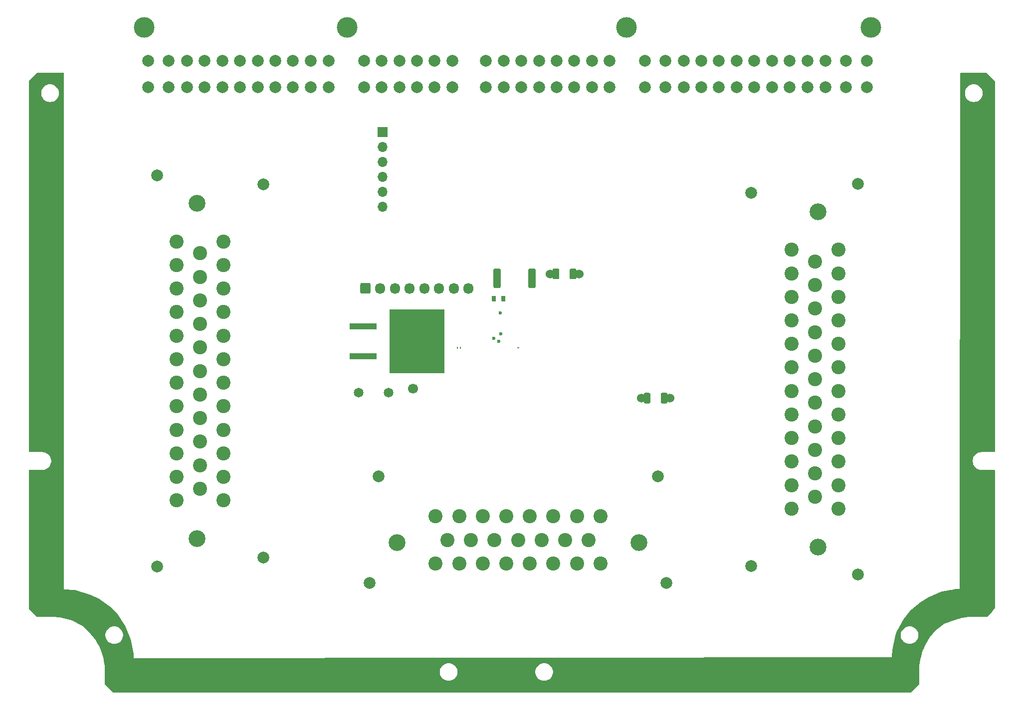
<source format=gts>
G04 #@! TF.GenerationSoftware,KiCad,Pcbnew,7.0.10-7.0.10~ubuntu22.04.1*
G04 #@! TF.CreationDate,2024-01-11T23:10:12+00:00*
G04 #@! TF.ProjectId,test123,74657374-3132-4332-9e6b-696361645f70,a*
G04 #@! TF.SameCoordinates,Original*
G04 #@! TF.FileFunction,Soldermask,Top*
G04 #@! TF.FilePolarity,Negative*
%FSLAX46Y46*%
G04 Gerber Fmt 4.6, Leading zero omitted, Abs format (unit mm)*
G04 Created by KiCad (PCBNEW 7.0.10-7.0.10~ubuntu22.04.1) date 2024-01-11 23:10:12*
%MOMM*%
%LPD*%
G01*
G04 APERTURE LIST*
%ADD10C,1.700000*%
%ADD11R,4.600000X1.100000*%
%ADD12R,9.400000X10.800000*%
%ADD13O,0.499999X0.250000*%
%ADD14O,0.250000X0.499999*%
%ADD15C,0.599999*%
%ADD16C,3.500000*%
%ADD17C,2.000000*%
%ADD18R,1.700000X1.700000*%
%ADD19O,1.700000X1.700000*%
%ADD20C,1.650000*%
%ADD21C,2.850000*%
%ADD22C,2.400000*%
%ADD23O,1.700000X1.850000*%
%ADD24C,1.524000*%
G04 APERTURE END LIST*
D10*
G04 #@! TO.C,P1*
X106698400Y76891600D03*
G04 #@! TD*
G04 #@! TO.C,R1*
G36*
G01*
X120058400Y91825005D02*
X120058400Y92605005D01*
G75*
G02*
X120128400Y92675005I70000J0D01*
G01*
X120688400Y92675005D01*
G75*
G02*
X120758400Y92605005I0J-70000D01*
G01*
X120758400Y91825005D01*
G75*
G02*
X120688400Y91755005I-70000J0D01*
G01*
X120128400Y91755005D01*
G75*
G02*
X120058400Y91825005I0J70000D01*
G01*
G37*
G36*
G01*
X121658400Y91825005D02*
X121658400Y92605005D01*
G75*
G02*
X121728400Y92675005I70000J0D01*
G01*
X122288400Y92675005D01*
G75*
G02*
X122358400Y92605005I0J-70000D01*
G01*
X122358400Y91825005D01*
G75*
G02*
X122288400Y91755005I-70000J0D01*
G01*
X121728400Y91755005D01*
G75*
G02*
X121658400Y91825005I0J70000D01*
G01*
G37*
G04 #@! TD*
G04 #@! TO.C,R2*
G36*
G01*
X120328400Y94211600D02*
X120328400Y97061600D01*
G75*
G02*
X120578400Y97311600I250000J0D01*
G01*
X121303400Y97311600D01*
G75*
G02*
X121553400Y97061600I0J-250000D01*
G01*
X121553400Y94211600D01*
G75*
G02*
X121303400Y93961600I-250000J0D01*
G01*
X120578400Y93961600D01*
G75*
G02*
X120328400Y94211600I0J250000D01*
G01*
G37*
G36*
G01*
X126253400Y94211600D02*
X126253400Y97061600D01*
G75*
G02*
X126503400Y97311600I250000J0D01*
G01*
X127228400Y97311600D01*
G75*
G02*
X127478400Y97061600I0J-250000D01*
G01*
X127478400Y94211600D01*
G75*
G02*
X127228400Y93961600I-250000J0D01*
G01*
X126503400Y93961600D01*
G75*
G02*
X126253400Y94211600I0J250000D01*
G01*
G37*
G04 #@! TD*
D11*
G04 #@! TO.C,Q1*
X98178400Y87496600D03*
D12*
X107328400Y84956600D03*
D11*
X98178400Y82416600D03*
G04 #@! TD*
D13*
G04 #@! TO.C,M2*
X124548393Y83819929D03*
D14*
X114198399Y83869927D03*
X114698400Y83869927D03*
D15*
X121248397Y84919925D03*
X120373395Y85444925D03*
X121548399Y86194923D03*
X121473396Y89744924D03*
G04 #@! TD*
D16*
G04 #@! TO.C,J1*
X61050000Y138300000D03*
X95500000Y138300000D03*
X142900000Y138300000D03*
X184350000Y138300000D03*
D17*
X183700000Y128100000D03*
X183700000Y132600000D03*
X180200000Y128100000D03*
X180200000Y132600000D03*
X176700000Y128100000D03*
X176700000Y132600000D03*
X173600000Y128100000D03*
X173600000Y132600000D03*
X170600000Y128100000D03*
X170600000Y132600000D03*
X167600000Y128100000D03*
X167600000Y132600000D03*
X164600000Y128100000D03*
X164600000Y132600000D03*
X161600000Y128100000D03*
X161600000Y132600000D03*
X158600000Y128100000D03*
X158600000Y132600000D03*
X155600000Y128100000D03*
X155600000Y132600000D03*
X152600000Y128100000D03*
X152600000Y132600000D03*
X149500000Y128100000D03*
X149500000Y132600000D03*
X146000000Y128100000D03*
X146000000Y132600000D03*
X140050000Y128100000D03*
X140050000Y132600000D03*
X137050000Y128100000D03*
X137050000Y132600000D03*
X134050000Y128100000D03*
X134050000Y132600000D03*
X131050000Y128100000D03*
X131050000Y132600000D03*
X128050000Y128100000D03*
X128050000Y132600000D03*
X125050000Y128100000D03*
X125050000Y132600000D03*
X122050000Y128100000D03*
X122050000Y132600000D03*
X119050000Y128100000D03*
X119050000Y132600000D03*
X113350000Y128100000D03*
X113350000Y132600000D03*
X110350000Y128100000D03*
X110350000Y132600000D03*
X107350000Y128100000D03*
X107350000Y132600000D03*
X104350000Y128100000D03*
X104350000Y132600000D03*
X101350000Y128100000D03*
X101350000Y132600000D03*
X98350000Y128100000D03*
X98350000Y132600000D03*
X92400000Y128100000D03*
X92400000Y132600000D03*
X89300000Y128100000D03*
X89300000Y132600000D03*
X86300000Y128100000D03*
X86300000Y132600000D03*
X83300000Y128100000D03*
X83300000Y132600000D03*
X80300000Y128100000D03*
X80300000Y132600000D03*
X77300000Y128100000D03*
X77300000Y132600000D03*
X74300000Y128100000D03*
X74300000Y132600000D03*
X71300000Y128100000D03*
X71300000Y132600000D03*
X68300000Y128100000D03*
X68300000Y132600000D03*
X65200000Y128100000D03*
X65200000Y132600000D03*
X61700000Y128100000D03*
X61700000Y132600000D03*
G04 #@! TD*
D18*
G04 #@! TO.C,J3*
X101523800Y120497600D03*
D19*
X101523800Y117957600D03*
X101523800Y115417600D03*
X101523800Y112877600D03*
X101523800Y110337600D03*
X101523800Y107797600D03*
G04 #@! TD*
D20*
G04 #@! TO.C,F3*
X97418400Y76181600D03*
X102498400Y76181600D03*
G04 #@! TD*
D17*
G04 #@! TO.C,J5*
X63200000Y113100000D03*
X81300000Y111600000D03*
D21*
X70000000Y108400000D03*
X70000000Y51400000D03*
D17*
X81300000Y48200000D03*
X63200000Y46700000D03*
D22*
X74500000Y101900000D03*
X74500000Y97900000D03*
X74500000Y93900000D03*
X74500000Y89900000D03*
X74500000Y85900000D03*
X74500000Y81900000D03*
X74500000Y77900000D03*
X74500000Y73900000D03*
X74500000Y69900000D03*
X74500000Y65900000D03*
X74500000Y61900000D03*
X74500000Y57900000D03*
X70500000Y99900000D03*
X70500000Y95900000D03*
X70500000Y91900000D03*
X70500000Y87900000D03*
X70500000Y83900000D03*
X70500000Y79900000D03*
X70500000Y75900000D03*
X70500000Y71900000D03*
X70500000Y67900000D03*
X70500000Y63900000D03*
X70500000Y59900000D03*
X66500000Y101900000D03*
X66500000Y97900000D03*
X66500000Y93900000D03*
X66500000Y89900000D03*
X66500000Y85900000D03*
X66500000Y81900000D03*
X66500000Y77900000D03*
X66500000Y73900000D03*
X66500000Y69900000D03*
X66500000Y65900000D03*
X66500000Y61900000D03*
X66500000Y57900000D03*
G04 #@! TD*
G04 #@! TO.C,J2*
G36*
G01*
X97733400Y93281500D02*
X97733400Y94631700D01*
G75*
G02*
X97983300Y94881600I249900J0D01*
G01*
X99183500Y94881600D01*
G75*
G02*
X99433400Y94631700I0J-249900D01*
G01*
X99433400Y93281500D01*
G75*
G02*
X99183500Y93031600I-249900J0D01*
G01*
X97983300Y93031600D01*
G75*
G02*
X97733400Y93281500I0J249900D01*
G01*
G37*
D23*
X101083400Y93956600D03*
X103583400Y93956600D03*
X106083400Y93956600D03*
X108583400Y93956600D03*
X111083400Y93956600D03*
X113583400Y93956600D03*
X116083400Y93956600D03*
G04 #@! TD*
D17*
G04 #@! TO.C,J6*
X99300000Y43900000D03*
X100800000Y62000000D03*
D21*
X104000000Y50700000D03*
X145000000Y50700000D03*
D17*
X148200000Y62000000D03*
X149700000Y43900000D03*
D22*
X110500000Y55200000D03*
X114500000Y55200000D03*
X118500000Y55200000D03*
X122500000Y55200000D03*
X126500000Y55200000D03*
X130500000Y55200000D03*
X134500000Y55200000D03*
X138500000Y55200000D03*
X112500000Y51200000D03*
X116500000Y51200000D03*
X120500000Y51200000D03*
X124500000Y51200000D03*
X128500000Y51200000D03*
X132500000Y51200000D03*
X136500000Y51200000D03*
X110500000Y47200000D03*
X114500000Y47200000D03*
X118500000Y47200000D03*
X122500000Y47200000D03*
X126500000Y47200000D03*
X130500000Y47200000D03*
X134500000Y47200000D03*
X138500000Y47200000D03*
G04 #@! TD*
D17*
G04 #@! TO.C,J4*
X182200000Y45300000D03*
X164100000Y46800000D03*
D21*
X175400000Y50000000D03*
X175400000Y107000000D03*
D17*
X164100000Y110200000D03*
X182200000Y111700000D03*
D22*
X170900000Y56500000D03*
X170900000Y60500000D03*
X170900000Y64500000D03*
X170900000Y68500000D03*
X170900000Y72500000D03*
X170900000Y76500000D03*
X170900000Y80500000D03*
X170900000Y84500000D03*
X170900000Y88500000D03*
X170900000Y92500000D03*
X170900000Y96500000D03*
X170900000Y100500000D03*
X174900000Y58500000D03*
X174900000Y62500000D03*
X174900000Y66500000D03*
X174900000Y70500000D03*
X174900000Y74500000D03*
X174900000Y78500000D03*
X174900000Y82500000D03*
X174900000Y86500000D03*
X174900000Y90500000D03*
X174900000Y94500000D03*
X174900000Y98500000D03*
X178900000Y56500000D03*
X178900000Y60500000D03*
X178900000Y64500000D03*
X178900000Y68500000D03*
X178900000Y72500000D03*
X178900000Y76500000D03*
X178900000Y80500000D03*
X178900000Y84500000D03*
X178900000Y88500000D03*
X178900000Y92500000D03*
X178900000Y96500000D03*
X178900000Y100500000D03*
G04 #@! TD*
D24*
G04 #@! TO.C,F2*
X145403400Y75285600D03*
G36*
G01*
X146748390Y74385600D02*
X146058390Y74385600D01*
G75*
G02*
X145828390Y74615600I0J230000D01*
G01*
X145828390Y75955600D01*
G75*
G02*
X146058390Y76185600I230000J0D01*
G01*
X146748390Y76185600D01*
G75*
G02*
X146978390Y75955600I0J-230000D01*
G01*
X146978390Y74615600D01*
G75*
G02*
X146748390Y74385600I-230000J0D01*
G01*
G37*
G36*
G01*
X149648410Y74385600D02*
X148958410Y74385600D01*
G75*
G02*
X148728410Y74615600I0J230000D01*
G01*
X148728410Y75955600D01*
G75*
G02*
X148958410Y76185600I230000J0D01*
G01*
X149648410Y76185600D01*
G75*
G02*
X149878410Y75955600I0J-230000D01*
G01*
X149878410Y74615600D01*
G75*
G02*
X149648410Y74385600I-230000J0D01*
G01*
G37*
X150303400Y75285600D03*
G04 #@! TD*
G04 #@! TO.C,F1*
X129928400Y96401600D03*
G36*
G01*
X131273390Y95501600D02*
X130583390Y95501600D01*
G75*
G02*
X130353390Y95731600I0J230000D01*
G01*
X130353390Y97071600D01*
G75*
G02*
X130583390Y97301600I230000J0D01*
G01*
X131273390Y97301600D01*
G75*
G02*
X131503390Y97071600I0J-230000D01*
G01*
X131503390Y95731600D01*
G75*
G02*
X131273390Y95501600I-230000J0D01*
G01*
G37*
G36*
G01*
X134173410Y95501600D02*
X133483410Y95501600D01*
G75*
G02*
X133253410Y95731600I0J230000D01*
G01*
X133253410Y97071600D01*
G75*
G02*
X133483410Y97301600I230000J0D01*
G01*
X134173410Y97301600D01*
G75*
G02*
X134403410Y97071600I0J-230000D01*
G01*
X134403410Y95731600D01*
G75*
G02*
X134173410Y95501600I-230000J0D01*
G01*
G37*
X134828400Y96401600D03*
G04 #@! TD*
G36*
X203986002Y130615169D02*
G01*
X204054112Y130595132D01*
X204075778Y130577513D01*
X205425089Y129205332D01*
X205458589Y129142736D01*
X205461248Y129116988D01*
X205461248Y66240777D01*
X205441246Y66172656D01*
X205387590Y66126163D01*
X205335609Y66114778D01*
X203161063Y66108548D01*
X203161020Y66108546D01*
X202914698Y66088058D01*
X202675070Y66027383D01*
X202675062Y66027380D01*
X202448705Y65928096D01*
X202448686Y65928086D01*
X202241758Y65792899D01*
X202241744Y65792888D01*
X202059890Y65625485D01*
X202059879Y65625473D01*
X201908055Y65430415D01*
X201908050Y65430407D01*
X201790403Y65213019D01*
X201790402Y65213016D01*
X201710136Y64979217D01*
X201710135Y64979215D01*
X201669449Y64735392D01*
X201669449Y64488209D01*
X201710135Y64244386D01*
X201710136Y64244384D01*
X201790402Y64010585D01*
X201790403Y64010582D01*
X201908050Y63793194D01*
X201908055Y63793186D01*
X202059879Y63598128D01*
X202059890Y63598116D01*
X202241744Y63430713D01*
X202241758Y63430702D01*
X202448686Y63295515D01*
X202448705Y63295505D01*
X202675062Y63196221D01*
X202675069Y63196218D01*
X202914697Y63135543D01*
X202914707Y63135542D01*
X203161036Y63115138D01*
X203161058Y63115137D01*
X205335248Y63115137D01*
X205403369Y63095135D01*
X205449862Y63041479D01*
X205461248Y62989137D01*
X205461248Y39608968D01*
X205441246Y39540847D01*
X205425866Y39521422D01*
X204929226Y39007358D01*
X204927704Y39005809D01*
X204083939Y38162042D01*
X204021626Y38128017D01*
X203994843Y38125137D01*
X201601249Y38125137D01*
X201012611Y38105786D01*
X200426513Y38048062D01*
X199995547Y37976913D01*
X199987817Y37975881D01*
X199935449Y37970536D01*
X199935443Y37970535D01*
X199917748Y37965164D01*
X199901682Y37961416D01*
X199845440Y37952130D01*
X199271881Y37818397D01*
X198708288Y37647435D01*
X198157107Y37439989D01*
X197771563Y37265303D01*
X197763206Y37261872D01*
X196862048Y36929136D01*
X196862045Y36929135D01*
X195414250Y35811538D01*
X194347446Y34617734D01*
X193953443Y33861248D01*
X193948691Y33852915D01*
X193807031Y33625110D01*
X193529408Y33105718D01*
X193529407Y33105717D01*
X193326600Y32658118D01*
X193323582Y32651916D01*
X193077449Y32179339D01*
X193077447Y32179335D01*
X193007810Y31786840D01*
X193004322Y31772276D01*
X192907924Y31454500D01*
X192774188Y30880953D01*
X192678250Y30299875D01*
X192678248Y30299862D01*
X192620521Y29713776D01*
X192620520Y29713761D01*
X192601248Y29125123D01*
X192601248Y26731541D01*
X192581246Y26663420D01*
X192564343Y26642446D01*
X191223939Y25302042D01*
X191161627Y25268016D01*
X191134844Y25265137D01*
X55787651Y25265137D01*
X55719530Y25285139D01*
X55698556Y25302042D01*
X54358153Y26642445D01*
X54324127Y26704757D01*
X54321248Y26731540D01*
X54321248Y28641060D01*
X111223810Y28641060D01*
X111264655Y28396280D01*
X111264657Y28396273D01*
X111345232Y28161563D01*
X111345233Y28161561D01*
X111463345Y27943309D01*
X111463346Y27943308D01*
X111615776Y27747467D01*
X111798349Y27579397D01*
X112006103Y27443665D01*
X112006102Y27443665D01*
X112233360Y27343981D01*
X112233367Y27343978D01*
X112473925Y27283061D01*
X112721248Y27262566D01*
X112968570Y27283061D01*
X113209128Y27343978D01*
X113209135Y27343981D01*
X113436392Y27443665D01*
X113644146Y27579397D01*
X113826719Y27747467D01*
X113979149Y27943308D01*
X113979150Y27943309D01*
X114097262Y28161561D01*
X114097263Y28161563D01*
X114177838Y28396273D01*
X114177840Y28396280D01*
X114218686Y28641060D01*
X127423811Y28641060D01*
X127464656Y28396280D01*
X127464658Y28396273D01*
X127545233Y28161564D01*
X127545235Y28161562D01*
X127663346Y27943309D01*
X127663347Y27943308D01*
X127815767Y27747479D01*
X127815777Y27747468D01*
X127998350Y27579398D01*
X128206104Y27443666D01*
X128206103Y27443666D01*
X128433360Y27343982D01*
X128433367Y27343979D01*
X128673925Y27283062D01*
X128921248Y27262567D01*
X129168570Y27283062D01*
X129409128Y27343979D01*
X129409135Y27343982D01*
X129636391Y27443666D01*
X129844145Y27579398D01*
X130026718Y27747468D01*
X130026728Y27747479D01*
X130179148Y27943308D01*
X130179149Y27943309D01*
X130297260Y28161562D01*
X130297262Y28161564D01*
X130377837Y28396273D01*
X130377839Y28396280D01*
X130418685Y28641060D01*
X130421247Y28765136D01*
X130418685Y28889213D01*
X130377839Y29133993D01*
X130377837Y29134000D01*
X130297262Y29368709D01*
X130297260Y29368711D01*
X130179149Y29586964D01*
X130179148Y29586965D01*
X130026728Y29782794D01*
X130026718Y29782805D01*
X129844145Y29950875D01*
X129636391Y30086607D01*
X129636392Y30086607D01*
X129409135Y30186291D01*
X129409128Y30186294D01*
X129168570Y30247211D01*
X128921248Y30267705D01*
X128673925Y30247211D01*
X128433367Y30186294D01*
X128433360Y30186291D01*
X128206104Y30086607D01*
X127998350Y29950875D01*
X127815777Y29782805D01*
X127815767Y29782794D01*
X127663347Y29586965D01*
X127663346Y29586964D01*
X127545235Y29368711D01*
X127545233Y29368709D01*
X127464658Y29134000D01*
X127464656Y29133993D01*
X127423811Y28889213D01*
X127423811Y28641060D01*
X114218686Y28641060D01*
X114221248Y28765136D01*
X114218686Y28889213D01*
X114177840Y29133993D01*
X114177838Y29134000D01*
X114097263Y29368710D01*
X114097262Y29368712D01*
X113979150Y29586964D01*
X113979149Y29586965D01*
X113826719Y29782806D01*
X113644146Y29950876D01*
X113436392Y30086608D01*
X113436393Y30086608D01*
X113209135Y30186292D01*
X113209128Y30186295D01*
X112968570Y30247212D01*
X112721248Y30267706D01*
X112473925Y30247212D01*
X112233367Y30186295D01*
X112233360Y30186292D01*
X112006103Y30086608D01*
X111798349Y29950876D01*
X111615776Y29782806D01*
X111463346Y29586965D01*
X111463345Y29586964D01*
X111345233Y29368712D01*
X111345232Y29368710D01*
X111264657Y29134000D01*
X111264655Y29133993D01*
X111223810Y28889213D01*
X111223810Y28641060D01*
X54321248Y28641060D01*
X54321248Y29125149D01*
X54301964Y29713756D01*
X54244236Y30299868D01*
X54198981Y30573965D01*
X54197848Y30582730D01*
X54164848Y30934732D01*
X54164846Y30934739D01*
X54069879Y31219639D01*
X54066704Y31230873D01*
X54014557Y31454518D01*
X53843603Y32018072D01*
X53636142Y32569280D01*
X53393084Y33105720D01*
X53393075Y33105737D01*
X53115453Y33625130D01*
X52804460Y34125248D01*
X52461409Y34603974D01*
X52461408Y34603975D01*
X52221846Y34895881D01*
X54463810Y34895881D01*
X54504655Y34651101D01*
X54504657Y34651094D01*
X54585232Y34416384D01*
X54585233Y34416382D01*
X54703345Y34198130D01*
X54703346Y34198129D01*
X54855776Y34002288D01*
X55038349Y33834218D01*
X55246103Y33698486D01*
X55246102Y33698486D01*
X55473360Y33598802D01*
X55473367Y33598799D01*
X55713925Y33537882D01*
X55961248Y33517387D01*
X56208570Y33537882D01*
X56449128Y33598799D01*
X56449135Y33598802D01*
X56676392Y33698486D01*
X56884146Y33834218D01*
X57066719Y34002288D01*
X57219149Y34198129D01*
X57219150Y34198130D01*
X57337262Y34416382D01*
X57337263Y34416384D01*
X57417838Y34651094D01*
X57417840Y34651101D01*
X57458686Y34895881D01*
X57461248Y35019957D01*
X57458686Y35144034D01*
X57417840Y35388814D01*
X57417838Y35388821D01*
X57337263Y35623531D01*
X57337262Y35623533D01*
X57219150Y35841785D01*
X57219149Y35841786D01*
X57066719Y36037627D01*
X56884146Y36205697D01*
X56676392Y36341429D01*
X56676393Y36341429D01*
X56449135Y36441113D01*
X56449128Y36441116D01*
X56208570Y36502033D01*
X55961248Y36522527D01*
X55713925Y36502033D01*
X55473367Y36441116D01*
X55473360Y36441113D01*
X55246103Y36341429D01*
X55038349Y36205697D01*
X54855776Y36037627D01*
X54703346Y35841786D01*
X54703345Y35841785D01*
X54585233Y35623533D01*
X54585232Y35623531D01*
X54504657Y35388821D01*
X54504655Y35388814D01*
X54463810Y35144034D01*
X54463810Y34895881D01*
X52221846Y34895881D01*
X52087785Y35059235D01*
X51963479Y35191955D01*
X51955983Y35200732D01*
X51777247Y35430536D01*
X50507245Y36573538D01*
X48780048Y37564136D01*
X48780041Y37564138D01*
X46722650Y38046736D01*
X46722647Y38046737D01*
X46393230Y38058502D01*
X46385378Y38059029D01*
X45909891Y38105862D01*
X45909873Y38105863D01*
X45321233Y38125136D01*
X42927651Y38125136D01*
X42859530Y38145138D01*
X42838556Y38162041D01*
X41501771Y39498827D01*
X41467745Y39561139D01*
X41464866Y39587958D01*
X41471497Y63000863D01*
X41491518Y63068978D01*
X41545187Y63115455D01*
X41597794Y63126827D01*
X43761250Y63121727D01*
X44007594Y63142086D01*
X44247232Y63202777D01*
X44473587Y63302072D01*
X44473591Y63302074D01*
X44680537Y63437285D01*
X44862399Y63604705D01*
X45014227Y63799780D01*
X45131873Y64017175D01*
X45131875Y64017178D01*
X45212136Y64250977D01*
X45212138Y64250983D01*
X45252824Y64494808D01*
X45252824Y64741993D01*
X45212138Y64985818D01*
X45212136Y64985824D01*
X45131875Y65219623D01*
X45131873Y65219626D01*
X45014227Y65437021D01*
X44862399Y65632096D01*
X44680537Y65799516D01*
X44473591Y65934727D01*
X44473587Y65934729D01*
X44247232Y66034024D01*
X44007594Y66094716D01*
X44007588Y66094717D01*
X43761267Y66115136D01*
X41598416Y66115136D01*
X41530295Y66135138D01*
X41483802Y66188794D01*
X41472416Y66241172D01*
X41489620Y126991061D01*
X43563810Y126991061D01*
X43604655Y126746281D01*
X43604657Y126746274D01*
X43685232Y126511564D01*
X43685233Y126511562D01*
X43803345Y126293310D01*
X43803346Y126293309D01*
X43955776Y126097468D01*
X44138349Y125929398D01*
X44346103Y125793666D01*
X44346102Y125793666D01*
X44573360Y125693982D01*
X44573367Y125693979D01*
X44813925Y125633062D01*
X45061248Y125612567D01*
X45308570Y125633062D01*
X45549128Y125693979D01*
X45549135Y125693982D01*
X45776392Y125793666D01*
X45984146Y125929398D01*
X46166719Y126097468D01*
X46319149Y126293309D01*
X46319150Y126293310D01*
X46437262Y126511562D01*
X46437263Y126511564D01*
X46517838Y126746274D01*
X46517840Y126746281D01*
X46558686Y126991061D01*
X46561248Y127115137D01*
X46558686Y127239214D01*
X46517840Y127483994D01*
X46517838Y127484001D01*
X46437263Y127718711D01*
X46437262Y127718713D01*
X46319150Y127936965D01*
X46319149Y127936966D01*
X46166719Y128132807D01*
X45984146Y128300877D01*
X45776392Y128436609D01*
X45776393Y128436609D01*
X45549135Y128536293D01*
X45549128Y128536296D01*
X45308570Y128597213D01*
X45061248Y128617707D01*
X44813925Y128597213D01*
X44573367Y128536296D01*
X44573360Y128536293D01*
X44346103Y128436609D01*
X44138349Y128300877D01*
X43955776Y128132807D01*
X43803346Y127936966D01*
X43803345Y127936965D01*
X43685233Y127718713D01*
X43685232Y127718711D01*
X43604657Y127484001D01*
X43604655Y127483994D01*
X43563810Y127239214D01*
X43563810Y126991061D01*
X41489620Y126991061D01*
X41490233Y129155819D01*
X41510254Y129223934D01*
X41526353Y129244087D01*
X42754778Y130494449D01*
X42755564Y130495242D01*
X42838558Y130578234D01*
X42900870Y130612258D01*
X42927652Y130615137D01*
X47282448Y130615137D01*
X47350569Y130595135D01*
X47397062Y130541479D01*
X47408448Y130489137D01*
X47408448Y42771136D01*
X47408447Y42771136D01*
X49270460Y42720812D01*
X49304834Y42715061D01*
X51946299Y41884886D01*
X51963299Y41878153D01*
X53417624Y41176065D01*
X53437739Y41163921D01*
X55174267Y39880400D01*
X55186740Y39869866D01*
X56516766Y38590030D01*
X56534858Y38568191D01*
X57815714Y36609235D01*
X57827062Y36587529D01*
X58732323Y34349522D01*
X58739167Y34326495D01*
X59217518Y31884385D01*
X59219793Y31864507D01*
X59244847Y31137937D01*
X187921247Y31290336D01*
X187996767Y32523828D01*
X188000065Y32545757D01*
X188568643Y34895881D01*
X189463810Y34895881D01*
X189504655Y34651101D01*
X189504657Y34651094D01*
X189585232Y34416384D01*
X189585233Y34416382D01*
X189703345Y34198130D01*
X189703346Y34198129D01*
X189855776Y34002288D01*
X190038349Y33834218D01*
X190246103Y33698486D01*
X190246102Y33698486D01*
X190473360Y33598802D01*
X190473367Y33598799D01*
X190713925Y33537882D01*
X190961248Y33517387D01*
X191208570Y33537882D01*
X191449128Y33598799D01*
X191449135Y33598802D01*
X191676392Y33698486D01*
X191884146Y33834218D01*
X192066719Y34002288D01*
X192219149Y34198129D01*
X192219150Y34198130D01*
X192337262Y34416382D01*
X192337263Y34416384D01*
X192417838Y34651094D01*
X192417840Y34651101D01*
X192458686Y34895881D01*
X192461248Y35019957D01*
X192458686Y35144034D01*
X192417840Y35388814D01*
X192417838Y35388821D01*
X192337263Y35623531D01*
X192337262Y35623533D01*
X192219150Y35841785D01*
X192219149Y35841786D01*
X192066719Y36037627D01*
X191884146Y36205697D01*
X191676392Y36341429D01*
X191676393Y36341429D01*
X191449135Y36441113D01*
X191449128Y36441116D01*
X191208570Y36502033D01*
X190961248Y36522527D01*
X190713925Y36502033D01*
X190473367Y36441116D01*
X190473360Y36441113D01*
X190246103Y36341429D01*
X190038349Y36205697D01*
X189855776Y36037627D01*
X189703346Y35841786D01*
X189703345Y35841785D01*
X189585233Y35623533D01*
X189585232Y35623531D01*
X189504657Y35388821D01*
X189504655Y35388814D01*
X189463810Y35144034D01*
X189463810Y34895881D01*
X188568643Y34895881D01*
X188755225Y35667085D01*
X188768375Y35700113D01*
X189947628Y37757533D01*
X189960527Y37775990D01*
X191292050Y39358744D01*
X191308309Y39374844D01*
X192740633Y40555882D01*
X192754538Y40565843D01*
X194136262Y41420000D01*
X194152882Y41428637D01*
X196441696Y42409557D01*
X196470616Y42418031D01*
X197979653Y42669538D01*
X198583369Y42820467D01*
X198595238Y42822835D01*
X199087955Y42896742D01*
X199106646Y42898136D01*
X199503648Y42898136D01*
X199503648Y42898137D01*
X199576708Y126991061D01*
X200363810Y126991061D01*
X200404655Y126746281D01*
X200404657Y126746274D01*
X200485232Y126511564D01*
X200485233Y126511562D01*
X200603345Y126293310D01*
X200603346Y126293309D01*
X200755776Y126097468D01*
X200938349Y125929398D01*
X201146103Y125793666D01*
X201146102Y125793666D01*
X201373360Y125693982D01*
X201373367Y125693979D01*
X201613925Y125633062D01*
X201861248Y125612567D01*
X202108570Y125633062D01*
X202349128Y125693979D01*
X202349135Y125693982D01*
X202576392Y125793666D01*
X202784146Y125929398D01*
X202966719Y126097468D01*
X203119149Y126293309D01*
X203119150Y126293310D01*
X203237262Y126511562D01*
X203237263Y126511564D01*
X203317838Y126746274D01*
X203317840Y126746281D01*
X203358686Y126991061D01*
X203361248Y127115137D01*
X203358686Y127239214D01*
X203317840Y127483994D01*
X203317838Y127484001D01*
X203237263Y127718711D01*
X203237262Y127718713D01*
X203119150Y127936965D01*
X203119149Y127936966D01*
X202966719Y128132807D01*
X202784146Y128300877D01*
X202576392Y128436609D01*
X202576393Y128436609D01*
X202349135Y128536293D01*
X202349128Y128536296D01*
X202108570Y128597213D01*
X201861248Y128617707D01*
X201613925Y128597213D01*
X201373367Y128536296D01*
X201373360Y128536293D01*
X201146103Y128436609D01*
X200938349Y128300877D01*
X200755776Y128132807D01*
X200603346Y127936966D01*
X200603345Y127936965D01*
X200485233Y127718713D01*
X200485232Y127718711D01*
X200404657Y127484001D01*
X200404655Y127483994D01*
X200363810Y127239214D01*
X200363810Y126991061D01*
X199576708Y126991061D01*
X199579739Y130479884D01*
X199599800Y130547988D01*
X199653496Y130594434D01*
X199704291Y130605767D01*
X200669907Y130616866D01*
X200671420Y130616874D01*
X203986002Y130615169D01*
G37*
M02*

</source>
